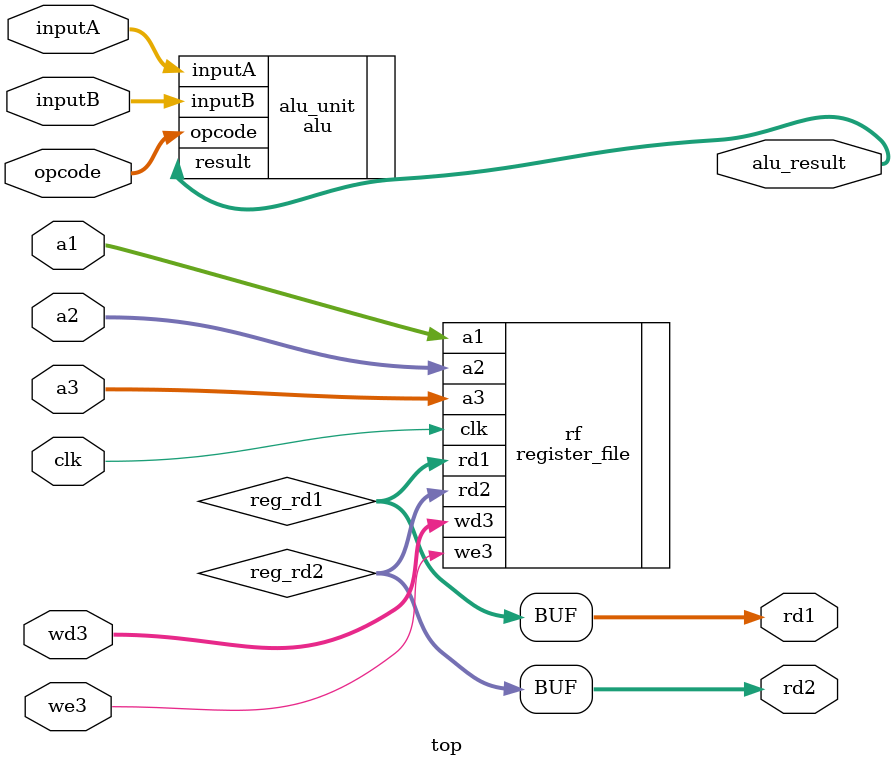
<source format=v>
module top(
    input clk,
    input we3,
    input [4:0] a1, a2, a3,
    input [31:0] wd3,
    input [31:0] inputA, inputB,
    input [1:0] opcode,
    output [31:0] rd1, rd2, alu_result
);
    wire [31:0] reg_rd1, reg_rd2;

    register_file rf(
        .clk(clk),
        .we3(we3),
        .a1(a1), .a2(a2), .a3(a3),
        .wd3(wd3),
        .rd1(reg_rd1),
        .rd2(reg_rd2)
    );

    alu alu_unit(
        .inputA(inputA),
        .inputB(inputB),
        .opcode(opcode),
        .result(alu_result)
    );

    assign rd1 = reg_rd1;
    assign rd2 = reg_rd2;
endmodule


</source>
